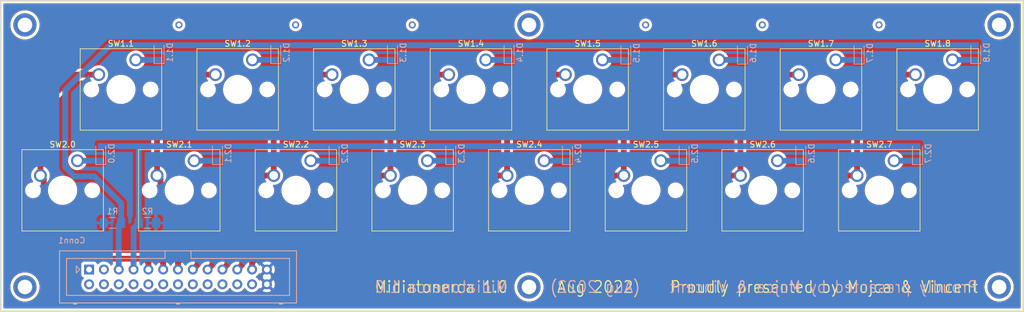
<source format=kicad_pcb>
(kicad_pcb (version 20211014) (generator pcbnew)
  (layers (0 "F.Cu" signal) (31 "B.Cu" signal) (34 "B.Paste" user) (35 "F.Paste" user) (36 "B.SilkS" user "B.Silkscreen") (37 "F.SilkS" user "F.Silkscreen") (38 "B.Mask" user) (39 "F.Mask" user) (44 "Edge.Cuts" user))
  (net 0 "")
  (net 1 "Net-(D1.1-Pad1)")
  (net 2 "Net-(D1.2-Pad1)")
  (net 3 "Net-(D1.3-Pad1)")
  (net 4 "Net-(D1.4-Pad1)")
  (net 5 "Net-(D1.5-Pad1)")
  (net 6 "Net-(D1.6-Pad1)")
  (net 7 "Net-(D2.1-Pad1)")
  (net 8 "Net-(D2.2-Pad1)")
  (net 9 "Net-(D2.3-Pad1)")
  (net 10 "Net-(D2.4-Pad1)")
  (net 11 "Net-(D2.5-Pad1)")
  (net 12 "Net-(D1.8-Pad1)")
  (net 13 "arduino_D3")
  (net 14 "Net-(D1.7-Pad1)")
  (net 15 "arduino_D4")
  (net 16 "Net-(D2.6-Pad1)")
  (net 17 "Net-(D2.0-Pad1)")
  (net 18 "Net-(D2.7-Pad1)")
  (net 19 "arduino_D10")
  (net 20 "arduino_D9")
  (net 21 "arduino_D8")
  (net 22 "arduino_D7")
  (net 23 "arduino_D6")
  (net 24 "arduino_D5")
  (net 25 "arduino_D11")
  (net 26 "arduino_D12")
  (net 27 "GND")
  (footprint "Button_Switch_Keyboard:SW_Cherry_MX_1.00u_PCB" (layer "F.Cu") (at 170 50)
    (fp_text reference "SW1.6" (at -2.54 -2.794) (layer "F.SilkS"))
    (fp_text value "SPST")
    (fp_line (start -9.525 -1.905) (end 4.445 -1.905) (layer "F.SilkS") (width 0.12))
    (fp_line (start 4.445 12.065) (end -9.525 12.065) (layer "F.SilkS") (width 0.12))
    (fp_line (start -9.525 12.065) (end -9.525 -1.905) (layer "F.SilkS") (width 0.12))
    (fp_line (start 4.445 -1.905) (end 4.445 12.065) (layer "F.SilkS") (width 0.12))
    (pad "" np_thru_hole circle locked (at -2.54 5.08) (size 4 4) (drill 4) (layers *.Cu *.Mask))
    (pad "" np_thru_hole circle locked (at 2.54 5.08) (size 1.7 1.7) (drill 1.7) (layers *.Cu *.Mask))
    (pad "" np_thru_hole circle locked (at -7.62 5.08) (size 1.7 1.7) (drill 1.7) (layers *.Cu *.Mask))
    (pad "1" thru_hole circle locked (at 0 0) (size 2.2 2.2) (drill 1.5) (layers *.Cu *.Mask) (net 6 "Net-(D1.6-Pad1)"))
    (pad "2" thru_hole circle locked (at -6.35 2.54) (size 2.2 2.2) (drill 1.5) (layers *.Cu *.Mask) (net 19 "arduino_D10"))
  )
  (footprint "Button_Switch_Keyboard:SW_Cherry_MX_1.00u_PCB" (layer "F.Cu") (at 150 50)
    (fp_text reference "SW1.5" (at -2.54 -2.794) (layer "F.SilkS"))
    (fp_text value "SPST")
    (fp_line (start -9.525 -1.905) (end 4.445 -1.905) (layer "F.SilkS") (width 0.12))
    (fp_line (start 4.445 -1.905) (end 4.445 12.065) (layer "F.SilkS") (width 0.12))
    (fp_line (start 4.445 12.065) (end -9.525 12.065) (layer "F.SilkS") (width 0.12))
    (fp_line (start -9.525 12.065) (end -9.525 -1.905) (layer "F.SilkS") (width 0.12))
    (pad "" np_thru_hole circle locked (at -7.62 5.08) (size 1.7 1.7) (drill 1.7) (layers *.Cu *.Mask))
    (pad "" np_thru_hole circle locked (at 2.54 5.08) (size 1.7 1.7) (drill 1.7) (layers *.Cu *.Mask))
    (pad "" np_thru_hole circle locked (at -2.54 5.08) (size 4 4) (drill 4) (layers *.Cu *.Mask))
    (pad "1" thru_hole circle locked (at 0 0) (size 2.2 2.2) (drill 1.5) (layers *.Cu *.Mask) (net 5 "Net-(D1.5-Pad1)"))
    (pad "2" thru_hole circle locked (at -6.35 2.54) (size 2.2 2.2) (drill 1.5) (layers *.Cu *.Mask) (net 20 "arduino_D9"))
  )
  (footprint "Button_Switch_Keyboard:SW_Cherry_MX_1.00u_PCB" (layer "F.Cu") (at 130 50)
    (fp_text reference "SW1.4" (at -2.54 -2.794) (layer "F.SilkS"))
    (fp_text value "SPST")
    (fp_line (start -9.525 12.065) (end -9.525 -1.905) (layer "F.SilkS") (width 0.12))
    (fp_line (start 4.445 -1.905) (end 4.445 12.065) (layer "F.SilkS") (width 0.12))
    (fp_line (start -9.525 -1.905) (end 4.445 -1.905) (layer "F.SilkS") (width 0.12))
    (fp_line (start 4.445 12.065) (end -9.525 12.065) (layer "F.SilkS") (width 0.12))
    (pad "" np_thru_hole circle locked (at 2.54 5.08) (size 1.7 1.7) (drill 1.7) (layers *.Cu *.Mask))
    (pad "" np_thru_hole circle locked (at -7.62 5.08) (size 1.7 1.7) (drill 1.7) (layers *.Cu *.Mask))
    (pad "" np_thru_hole circle locked (at -2.54 5.08) (size 4 4) (drill 4) (layers *.Cu *.Mask))
    (pad "1" thru_hole circle locked (at 0 0) (size 2.2 2.2) (drill 1.5) (layers *.Cu *.Mask) (net 4 "Net-(D1.4-Pad1)"))
    (pad "2" thru_hole circle locked (at -6.35 2.54) (size 2.2 2.2) (drill 1.5) (layers *.Cu *.Mask) (net 21 "arduino_D8"))
  )
  (footprint "Button_Switch_Keyboard:SW_Cherry_MX_1.00u_PCB" (layer "F.Cu") (at 110 50)
    (fp_text reference "SW1.3" (at -2.54 -2.794) (layer "F.SilkS"))
    (fp_text value "SPST")
    (fp_line (start 4.445 12.065) (end -9.525 12.065) (layer "F.SilkS") (width 0.12))
    (fp_line (start -9.525 12.065) (end -9.525 -1.905) (layer "F.SilkS") (width 0.12))
    (fp_line (start 4.445 -1.905) (end 4.445 12.065) (layer "F.SilkS") (width 0.12))
    (fp_line (start -9.525 -1.905) (end 4.445 -1.905) (layer "F.SilkS") (width 0.12))
    (pad "" np_thru_hole circle locked (at 2.54 5.08) (size 1.7 1.7) (drill 1.7) (layers *.Cu *.Mask))
    (pad "" np_thru_hole circle locked (at -7.62 5.08) (size 1.7 1.7) (drill 1.7) (layers *.Cu *.Mask))
    (pad "" np_thru_hole circle locked (at -2.54 5.08) (size 4 4) (drill 4) (layers *.Cu *.Mask))
    (pad "1" thru_hole circle locked (at 0 0) (size 2.2 2.2) (drill 1.5) (layers *.Cu *.Mask) (net 3 "Net-(D1.3-Pad1)"))
    (pad "2" thru_hole circle locked (at -6.35 2.54) (size 2.2 2.2) (drill 1.5) (layers *.Cu *.Mask) (net 22 "arduino_D7"))
  )
  (footprint "Button_Switch_Keyboard:SW_Cherry_MX_1.00u_PCB" (layer "F.Cu") (at 190 50)
    (fp_text reference "SW1.7" (at -2.54 -2.794) (layer "F.SilkS"))
    (fp_text value "SPST")
    (fp_line (start 4.445 -1.905) (end 4.445 12.065) (layer "F.SilkS") (width 0.12))
    (fp_line (start -9.525 -1.905) (end 4.445 -1.905) (layer "F.SilkS") (width 0.12))
    (fp_line (start -9.525 12.065) (end -9.525 -1.905) (layer "F.SilkS") (width 0.12))
    (fp_line (start 4.445 12.065) (end -9.525 12.065) (layer "F.SilkS") (width 0.12))
    (pad "" np_thru_hole circle locked (at 2.54 5.08) (size 1.7 1.7) (drill 1.7) (layers *.Cu *.Mask))
    (pad "" np_thru_hole circle locked (at -2.54 5.08) (size 4 4) (drill 4) (layers *.Cu *.Mask))
    (pad "" np_thru_hole circle locked (at -7.62 5.08) (size 1.7 1.7) (drill 1.7) (layers *.Cu *.Mask))
    (pad "1" thru_hole circle locked (at 0 0) (size 2.2 2.2) (drill 1.5) (layers *.Cu *.Mask) (net 14 "Net-(D1.7-Pad1)"))
    (pad "2" thru_hole circle locked (at -6.35 2.54) (size 2.2 2.2) (drill 1.5) (layers *.Cu *.Mask) (net 25 "arduino_D11"))
  )
  (footprint "Button_Switch_Keyboard:SW_Cherry_MX_1.00u_PCB" (layer "F.Cu") (at 210 50)
    (fp_text reference "SW1.8" (at -2.54 -2.794) (layer "F.SilkS"))
    (fp_text value "SPST")
    (fp_line (start -9.525 12.065) (end -9.525 -1.905) (layer "F.SilkS") (width 0.12))
    (fp_line (start -9.525 -1.905) (end 4.445 -1.905) (layer "F.SilkS") (width 0.12))
    (fp_line (start 4.445 12.065) (end -9.525 12.065) (layer "F.SilkS") (width 0.12))
    (fp_line (start 4.445 -1.905) (end 4.445 12.065) (layer "F.SilkS") (width 0.12))
    (pad "" np_thru_hole circle locked (at -7.62 5.08) (size 1.7 1.7) (drill 1.7) (layers *.Cu *.Mask))
    (pad "" np_thru_hole circle locked (at 2.54 5.08) (size 1.7 1.7) (drill 1.7) (layers *.Cu *.Mask))
    (pad "" np_thru_hole circle locked (at -2.54 5.08) (size 4 4) (drill 4) (layers *.Cu *.Mask))
    (pad "1" thru_hole circle locked (at 0 0) (size 2.2 2.2) (drill 1.5) (layers *.Cu *.Mask) (net 12 "Net-(D1.8-Pad1)"))
    (pad "2" thru_hole circle locked (at -6.35 2.54) (size 2.2 2.2) (drill 1.5) (layers *.Cu *.Mask) (net 26 "arduino_D12"))
  )
  (footprint "Button_Switch_Keyboard:SW_Cherry_MX_1.00u_PCB" (layer "F.Cu") (at 90 50)
    (fp_text reference "SW1.2" (at -2.54 -2.794) (layer "F.SilkS"))
    (fp_text value "SPST")
    (fp_line (start 4.445 12.065) (end -9.525 12.065) (layer "F.SilkS") (width 0.12))
    (fp_line (start 4.445 -1.905) (end 4.445 12.065) (layer "F.SilkS") (width 0.12))
    (fp_line (start -9.525 12.065) (end -9.525 -1.905) (layer "F.SilkS") (width 0.12))
    (fp_line (start -9.525 -1.905) (end 4.445 -1.905) (layer "F.SilkS") (width 0.12))
    (pad "" np_thru_hole circle locked (at -2.54 5.08) (size 4 4) (drill 4) (layers *.Cu *.Mask))
    (pad "" np_thru_hole circle locked (at 2.54 5.08) (size 1.7 1.7) (drill 1.7) (layers *.Cu *.Mask))
    (pad "" np_thru_hole circle locked (at -7.62 5.08) (size 1.7 1.7) (drill 1.7) (layers *.Cu *.Mask))
    (pad "1" thru_hole circle locked (at 0 0) (size 2.2 2.2) (drill 1.5) (layers *.Cu *.Mask) (net 2 "Net-(D1.2-Pad1)"))
    (pad "2" thru_hole circle locked (at -6.35 2.54) (size 2.2 2.2) (drill 1.5) (layers *.Cu *.Mask) (net 23 "arduino_D6"))
  )
  (footprint "Button_Switch_Keyboard:SW_Cherry_MX_1.00u_PCB" (layer "F.Cu") (at 140 67.3205)
    (fp_text reference "SW2.4" (at -2.54 -2.794) (layer "F.SilkS"))
    (fp_text value "SPST")
    (fp_line (start -9.525 12.065) (end -9.525 -1.905) (layer "F.SilkS") (width 0.12))
    (fp_line (start -9.525 -1.905) (end 4.445 -1.905) (layer "F.SilkS") (width 0.12))
    (fp_line (start 4.445 12.065) (end -9.525 12.065) (layer "F.SilkS") (width 0.12))
    (fp_line (start 4.445 -1.905) (end 4.445 12.065) (layer "F.SilkS") (width 0.12))
    (pad "" np_thru_hole circle locked (at -2.54 5.08) (size 4 4) (drill 4) (layers *.Cu *.Mask))
    (pad "" np_thru_hole circle locked (at 2.54 5.08) (size 1.7 1.7) (drill 1.7) (layers *.Cu *.Mask))
    (pad "" np_thru_hole circle locked (at -7.62 5.08) (size 1.7 1.7) (drill 1.7) (layers *.Cu *.Mask))
    (pad "1" thru_hole circle locked (at 0 0) (size 2.2 2.2) (drill 1.5) (layers *.Cu *.Mask) (net 10 "Net-(D2.4-Pad1)"))
    (pad "2" thru_hole circle locked (at -6.35 2.54) (size 2.2 2.2) (drill 1.5) (layers *.Cu *.Mask) (net 20 "arduino_D9"))
  )
  (footprint "Button_Switch_Keyboard:SW_Cherry_MX_1.00u_PCB" (layer "F.Cu") (at 120 67.3205)
    (fp_text reference "SW2.3" (at -2.54 -2.794) (layer "F.SilkS"))
    (fp_text value "SPST")
    (fp_line (start -9.525 12.065) (end -9.525 -1.905) (layer "F.SilkS") (width 0.12))
    (fp_line (start -9.525 -1.905) (end 4.445 -1.905) (layer "F.SilkS") (width 0.12))
    (fp_line (start 4.445 12.065) (end -9.525 12.065) (layer "F.SilkS") (width 0.12))
    (fp_line (start 4.445 -1.905) (end 4.445 12.065) (layer "F.SilkS") (width 0.12))
    (pad "" np_thru_hole circle locked (at -7.62 5.08) (size 1.7 1.7) (drill 1.7) (layers *.Cu *.Mask))
    (pad "" np_thru_hole circle locked (at -2.54 5.08) (size 4 4) (drill 4) (layers *.Cu *.Mask))
    (pad "" np_thru_hole circle locked (at 2.54 5.08) (size 1.7 1.7) (drill 1.7) (layers *.Cu *.Mask))
    (pad "1" thru_hole circle locked (at 0 0) (size 2.2 2.2) (drill 1.5) (layers *.Cu *.Mask) (net 9 "Net-(D2.3-Pad1)"))
    (pad "2" thru_hole circle locked (at -6.35 2.54) (size 2.2 2.2) (drill 1.5) (layers *.Cu *.Mask) (net 21 "arduino_D8"))
  )
  (footprint "Button_Switch_Keyboard:SW_Cherry_MX_1.00u_PCB" (layer "F.Cu") (at 60 67.3205)
    (fp_text reference "SW2.0" (at -2.54 -2.794) (layer "F.SilkS"))
    (fp_text value "SPST")
    (fp_line (start -9.525 -1.905) (end 4.445 -1.905) (layer "F.SilkS") (width 0.12))
    (fp_line (start 4.445 -1.905) (end 4.445 12.065) (layer "F.SilkS") (width 0.12))
    (fp_line (start 4.445 12.065) (end -9.525 12.065) (layer "F.SilkS") (width 0.12))
    (fp_line (start -9.525 12.065) (end -9.525 -1.905) (layer "F.SilkS") (width 0.12))
    (pad "" np_thru_hole circle locked (at -2.54 5.08) (size 4 4) (drill 4) (layers *.Cu *.Mask))
    (pad "" np_thru_hole circle locked (at 2.54 5.08) (size 1.7 1.7) (drill 1.7) (layers *.Cu *.Mask))
    (pad "" np_thru_hole circle locked (at -7.62 5.08) (size 1.7 1.7) (drill 1.7) (layers *.Cu *.Mask))
    (pad "1" thru_hole circle locked (at 0 0) (size 2.2 2.2) (drill 1.5) (layers *.Cu *.Mask) (net 17 "Net-(D2.0-Pad1)"))
    (pad "2" thru_hole circle locked (at -6.35 2.54) (size 2.2 2.2) (drill 1.5) (layers *.Cu *.Mask) (net 24 "arduino_D5"))
  )
  (footprint "Button_Switch_Keyboard:SW_Cherry_MX_1.00u_PCB" (layer "F.Cu") (at 180 67.3205)
    (fp_text reference "SW2.6" (at -2.54 -2.794) (layer "F.SilkS"))
    (fp_text value "SPST")
    (fp_line (start -9.525 12.065) (end -9.525 -1.905) (layer "F.SilkS") (width 0.12))
    (fp_line (start -9.525 -1.905) (end 4.445 -1.905) (layer "F.SilkS") (width 0.12))
    (fp_line (start 4.445 -1.905) (end 4.445 12.065) (layer "F.SilkS") (width 0.12))
    (fp_line (start 4.445 12.065) (end -9.525 12.065) (layer "F.SilkS") (width 0.12))
    (pad "" np_thru_hole circle locked (at -2.54 5.08) (size 4 4) (drill 4) (layers *.Cu *.Mask))
    (pad "" np_thru_hole circle locked (at 2.54 5.08) (size 1.7 1.7) (drill 1.7) (layers *.Cu *.Mask))
    (pad "" np_thru_hole circle locked (at -7.62 5.08) (size 1.7 1.7) (drill 1.7) (layers *.Cu *.Mask))
    (pad "1" thru_hole circle locked (at 0 0) (size 2.2 2.2) (drill 1.5) (layers *.Cu *.Mask) (net 16 "Net-(D2.6-Pad1)"))
    (pad "2" thru_hole circle locked (at -6.35 2.54) (size 2.2 2.2) (drill 1.5) (layers *.Cu *.Mask) (net 25 "arduino_D11"))
  )
  (footprint "Button_Switch_Keyboard:SW_Cherry_MX_1.00u_PCB" (layer "F.Cu") (at 100 67.3205)
    (fp_text reference "SW2.2" (at -2.54 -2.794) (layer "F.SilkS"))
    (fp_text value "SPST")
    (fp_line (start 4.445 12.065) (end -9.525 12.065) (layer "F.SilkS") (width 0.12))
    (fp_line (start 4.445 -1.905) (end 4.445 12.065) (layer "F.SilkS") (width 0.12))
    (fp_line (start -9.525 12.065) (end -9.525 -1.905) (layer "F.SilkS") (width 0.12))
    (fp_line (start -9.525 -1.905) (end 4.445 -1.905) (layer "F.SilkS") (width 0.12))
    (pad "" np_thru_hole circle locked (at -2.54 5.08) (size 4 4) (drill 4) (layers *.Cu *.Mask))
    (pad "" np_thru_hole circle locked (at -7.62 5.08) (size 1.7 1.7) (drill 1.7) (layers *.Cu *.Mask))
    (pad "" np_thru_hole circle locked (at 2.54 5.08) (size 1.7 1.7) (drill 1.7) (layers *.Cu *.Mask))
    (pad "1" thru_hole circle locked (at 0 0) (size 2.2 2.2) (drill 1.5) (layers *.Cu *.Mask) (net 8 "Net-(D2.2-Pad1)"))
    (pad "2" thru_hole circle locked (at -6.35 2.54) (size 2.2 2.2) (drill 1.5) (layers *.Cu *.Mask) (net 22 "arduino_D7"))
  )
  (footprint "Button_Switch_Keyboard:SW_Cherry_MX_1.00u_PCB" (layer "F.Cu") (at 80 67.3205)
    (fp_text reference "SW2.1" (at -2.54 -2.794) (layer "F.SilkS"))
    (fp_text value "SPST")
    (fp_line (start -9.525 -1.905) (end 4.445 -1.905) (layer "F.SilkS") (width 0.12))
    (fp_line (start 4.445 -1.905) (end 4.445 12.065) (layer "F.SilkS") (width 0.12))
    (fp_line (start 4.445 12.065) (end -9.525 12.065) (layer "F.SilkS") (width 0.12))
    (fp_line (start -9.525 12.065) (end -9.525 -1.905) (layer "F.SilkS") (width 0.12))
    (pad "" np_thru_hole circle locked (at 2.54 5.08) (size 1.7 1.7) (drill 1.7) (layers *.Cu *.Mask))
    (pad "" np_thru_hole circle locked (at -7.62 5.08) (size 1.7 1.7) (drill 1.7) (layers *.Cu *.Mask))
    (pad "" np_thru_hole circle locked (at -2.54 5.08) (size 4 4) (drill 4) (layers *.Cu *.Mask))
    (pad "1" thru_hole circle locked (at 0 0) (size 2.2 2.2) (drill 1.5) (layers *.Cu *.Mask) (net 7 "Net-(D2.1-Pad1)"))
    (pad "2" thru_hole circle locked (at -6.35 2.54) (size 2.2 2.2) (drill 1.5) (layers *.Cu *.Mask) (net 23 "arduino_D6"))
  )
  (footprint "Button_Switch_Keyboard:SW_Cherry_MX_1.00u_PCB" (layer "F.Cu") (at 200 67.3205)
    (fp_text reference "SW2.7" (at -2.54 -2.794) (layer "F.SilkS"))
    (fp_text value "SPST")
    (fp_line (start 4.445 -1.905) (end 4.445 12.065) (layer "F.SilkS") (width 0.12))
    (fp_line (start -9.525 12.065) (end -9.525 -1.905) (layer "F.SilkS") (width 0.12))
    (fp_line (start 4.445 12.065) (end -9.525 12.065) (layer "F.SilkS") (width 0.12))
    (fp_line (start -9.525 -1.905) (end 4.445 -1.905) (layer "F.SilkS") (width 0.12))
    (pad "" np_thru_hole circle locked (at -2.54 5.08) (size 4 4) (drill 4) (layers *.Cu *.Mask))
    (pad "" np_thru_hole circle locked (at 2.54 5.08) (size 1.7 1.7) (drill 1.7) (layers *.Cu *.Mask))
    (pad "" np_thru_hole circle locked (at -7.62 5.08) (size 1.7 1.7) (drill 1.7) (layers *.Cu *.Mask))
    (pad "1" thru_hole circle locked (at 0 0) (size 2.2 2.2) (drill 1.5) (layers *.Cu *.Mask) (net 18 "Net-(D2.7-Pad1)"))
    (pad "2" thru_hole circle locked (at -6.35 2.54) (size 2.2 2.2) (drill 1.5) (layers *.Cu *.Mask) (net 26 "arduino_D12"))
  )
  (footprint "Button_Switch_Keyboard:SW_Cherry_MX_1.00u_PCB" (layer "F.Cu") (at 160 67.3205)
    (fp_text reference "SW2.5" (at -2.54 -2.794) (layer "F.SilkS"))
    (fp_text value "SPST")
    (fp_line (start 4.445 -1.905) (end 4.445 12.065) (layer "F.SilkS") (width 0.12))
    (fp_line (start -9.525 -1.905) (end 4.445 -1.905) (layer "F.SilkS") (width 0.12))
    (fp_line (start 4.445 12.065) (end -9.525 12.065) (layer "F.SilkS") (width 0.12))
    (fp_line (start -9.525 12.065) (end -9.525 -1.905) (layer "F.SilkS") (width 0.12))
    (pad "" np_thru_hole circle locked (at -2.54 5.08) (size 4 4) (drill 4) (layers *.Cu *.Mask))
    (pad "" np_thru_hole circle locked (at -7.62 5.08) (size 1.7 1.7) (drill 1.7) (layers *.Cu *.Mask))
    (pad "" np_thru_hole circle locked (at 2.54 5.08) (size 1.7 1.7) (drill 1.7) (layers *.Cu *.Mask))
    (pad "1" thru_hole circle locked (at 0 0) (size 2.2 2.2) (drill 1.5) (layers *.Cu *.Mask) (net 11 "Net-(D2.5-Pad1)"))
    (pad "2" thru_hole circle locked (at -6.35 2.54) (size 2.2 2.2) (drill 1.5) (layers *.Cu *.Mask) (net 19 "arduino_D10"))
  )
  (footprint "Button_Switch_Keyboard:SW_Cherry_MX_1.00u_PCB" (layer "F.Cu") (at 70 50)
    (fp_text reference "SW1.1" (at -2.54 -2.794) (layer "F.SilkS"))
    (fp_text value "SPST")
    (fp_line (start -9.525 -1.905) (end 4.445 -1.905) (layer "F.SilkS") (width 0.12))
    (fp_line (start -9.525 12.065) (end -9.525 -1.905) (layer "F.SilkS") (width 0.12))
    (fp_line (start 4.445 -1.905) (end 4.445 12.065) (layer "F.SilkS") (width 0.12))
    (fp_line (start 4.445 12.065) (end -9.525 12.065) (layer "F.SilkS") (width 0.12))
    (pad "" np_thru_hole circle locked (at -7.62 5.08) (size 1.7 1.7) (drill 1.7) (layers *.Cu *.Mask))
    (pad "" np_thru_hole circle locked (at -2.54 5.08) (size 4 4) (drill 4) (layers *.Cu *.Mask))
    (pad "" np_thru_hole circle locked (at 2.54 5.08) (size 1.7 1.7) (drill 1.7) (layers *.Cu *.Mask))
    (pad "1" thru_hole circle locked (at 0 0) (size 2.2 2.2) (drill 1.5) (layers *.Cu *.Mask) (net 1 "Net-(D1.1-Pad1)"))
    (pad "2" thru_hole circle locked (at -6.35 2.54) (size 2.2 2.2) (drill 1.5) (layers *.Cu *.Mask) (net 24 "arduino_D5"))
  )
  (footprint "Connectors:1pin" (layer "F.Cu") (at 218 44)
    (fp_text reference "REF**" hide)
    (fp_text value "1pin" hide)
    (fp_circle (center 0 0) (end 0 -2.286) (layer "F.SilkS") (width 0.12) (fill none))
    (pad "1" thru_hole circle locked (at 0 0) (size 4 4) (drill 2.5) (layers *.Cu *.Mask))
  )
  (footprint "Connectors:1pin" (layer "F.Cu") (at 51 44)
    (fp_text reference "REF**" hide)
    (fp_text value "1pin" hide)
    (fp_circle (center 0 0) (end 0 -2.286) (layer "F.SilkS") (width 0.12) (fill none))
    (pad "1" thru_hole circle locked (at 0 0) (size 4 4) (drill 2.5) (layers *.Cu *.Mask))
  )
  (footprint "Connectors:1pin" (layer "F.Cu") (at 51 89)
    (fp_text reference "REF**" hide)
    (fp_text value "1pin" hide)
    (fp_circle (center 0 0) (end 0 -2.286) (layer "F.SilkS") (width 0.12) (fill none))
    (pad "1" thru_hole circle locked (at 0 0) (size 4 4) (drill 2.5) (layers *.Cu *.Mask))
  )
  (footprint "Connectors:1pin" (layer "F.Cu") (at 218 89)
    (fp_text reference "REF**" hide)
    (fp_text value "1pin" hide)
    (fp_circle (center 0 0) (end 0 -2.286) (layer "F.SilkS") (width 0.12) (fill none))
    (pad "1" thru_hole circle locked (at 0 0) (size 4 4) (drill 2.5) (layers *.Cu *.Mask))
  )
  (footprint "Connectors:1pin" (layer "F.Cu") (at 137.4 89)
    (fp_text reference "REF**" hide)
    (fp_text value "1pin" hide)
    (fp_circle (center 0 0) (end 0 -2.286) (layer "F.SilkS") (width 0.12) (fill none))
    (pad "1" thru_hole circle locked (at 0 0) (size 4 4) (drill 2.5) (layers *.Cu *.Mask))
  )
  (footprint "Connectors:1pin" (layer "F.Cu") (at 137.4 44)
    (fp_text reference "REF**" hide)
    (fp_text value "1pin" hide)
    (fp_circle (center 0 0) (end 0 -2.286) (layer "F.SilkS") (width 0.12) (fill none))
    (pad "1" thru_hole circle locked (at 0 0) (size 4 4) (drill 2.5) (layers *.Cu *.Mask))
  )
  (footprint "Diode_SMD:D_SOD-323_HandSoldering" (layer "B.Cu") (at 74 48.75 90)
    (fp_text reference "D1.1" (at 0 1.85 90) (layer "B.SilkS") (effects (justify mirror)))
    (fp_text value "DIODE")
    (fp_line (start -1.9 0.85) (end 1.25 0.85) (layer "B.SilkS") (width 0.12))
    (fp_line (start -1.9 0.85) (end -1.9 -0.85) (layer "B.SilkS") (width 0.12))
    (fp_line (start -1.9 -0.85) (end 1.25 -0.85) (layer "B.SilkS") (width 0.12))
    (pad "1" smd rect locked (at -1.25 0 90) (size 1 1) (layers "B.Cu" "B.Paste" "B.Mask") (net 1 "Net-(D1.1-Pad1)"))
    (pad "2" smd rect locked (at 1.25 0 90) (size 1 1) (layers "B.Cu" "B.Paste" "B.Mask") (net 13 "arduino_D3"))
  )
  (footprint "Diode_SMD:D_SOD-323_HandSoldering" (layer "B.Cu") (at 214 48.75 90)
    (fp_text reference "D1.8" (at 0 1.85 90) (layer "B.SilkS") (effects (justify mirror)))
    (fp_text value "DIODE")
    (fp_line (start -1.9 0.85) (end -1.9 -0.85) (layer "B.SilkS") (width 0.12))
    (fp_line (start -1.9 -0.85) (end 1.25 -0.85) (layer "B.SilkS") (width 0.12))
    (fp_line (start -1.9 0.85) (end 1.25 0.85) (layer "B.SilkS") (width 0.12))
    (pad "1" smd rect locked (at -1.25 0 90) (size 1 1) (layers "B.Cu" "B.Paste" "B.Mask") (net 12 "Net-(D1.8-Pad1)"))
    (pad "2" smd rect locked (at 1.25 0 90) (size 1 1) (layers "B.Cu" "B.Paste" "B.Mask") (net 13 "arduino_D3"))
  )
  (footprint "Diode_SMD:D_SOD-323_HandSoldering" (layer "B.Cu") (at 194 48.83 90)
    (fp_text reference "D1.7" (at 0 1.85 90) (layer "B.SilkS") (effects (justify mirror)))
    (fp_text value "DIODE")
    (fp_line (start -1.9 0.85) (end -1.9 -0.85) (layer "B.SilkS") (width 0.12))
    (fp_line (start -1.9 0.85) (end 1.25 0.85) (layer "B.SilkS") (width 0.12))
    (fp_line (start -1.9 -0.85) (end 1.25 -0.85) (layer "B.SilkS") (width 0.12))
    (pad "1" smd rect locked (at -1.25 0 90) (size 1 1) (layers "B.Cu" "B.Paste" "B.Mask") (net 14 "Net-(D1.7-Pad1)"))
    (pad "2" smd rect locked (at 1.25 0 90) (size 1 1) (layers "B.Cu" "B.Paste" "B.Mask") (net 13 "arduino_D3"))
  )
  (footprint "Diode_SMD:D_SOD-323_HandSoldering" (layer "B.Cu") (at 94 48.75 90)
    (fp_text reference "D1.2" (at 0 1.85 90) (layer "B.SilkS") (effects (justify mirror)))
    (fp_text value "DIODE")
    (fp_line (start -1.9 0.85) (end -1.9 -0.85) (layer "B.SilkS") (width 0.12))
    (fp_line (start -1.9 0.85) (end 1.25 0.85) (layer "B.SilkS") (width 0.12))
    (fp_line (start -1.9 -0.85) (end 1.25 -0.85) (layer "B.SilkS") (width 0.12))
    (pad "1" smd rect locked (at -1.25 0 90) (size 1 1) (layers "B.Cu" "B.Paste" "B.Mask") (net 2 "Net-(D1.2-Pad1)"))
    (pad "2" smd rect locked (at 1.25 0 90) (size 1 1) (layers "B.Cu" "B.Paste" "B.Mask") (net 13 "arduino_D3"))
  )
  (footprint "Diode_SMD:D_SOD-323_HandSoldering" (layer "B.Cu") (at 114 48.75 90)
    (fp_text reference "D1.3" (at 0 1.85 90) (layer "B.SilkS") (effects (justify mirror)))
    (fp_text value "DIODE")
    (fp_line (start -1.9 0.85) (end -1.9 -0.85) (layer "B.SilkS") (width 0.12))
    (fp_line (start -1.9 0.85) (end 1.25 0.85) (layer "B.SilkS") (width 0.12))
    (fp_line (start -1.9 -0.85) (end 1.25 -0.85) (layer "B.SilkS") (width 0.12))
    (pad "1" smd rect locked (at -1.25 0 90) (size 1 1) (layers "B.Cu" "B.Paste" "B.Mask") (net 3 "Net-(D1.3-Pad1)"))
    (pad "2" smd rect locked (at 1.25 0 90) (size 1 1) (layers "B.Cu" "B.Paste" "B.Mask") (net 13 "arduino_D3"))
  )
  (footprint "Diode_SMD:D_SOD-323_HandSoldering" (layer "B.Cu") (at 134 48.75 90)
    (fp_text reference "D1.4" (at 0 1.85 90) (layer "B.SilkS") (effects (justify mirror)))
    (fp_text value "DIODE")
    (fp_line (start -1.9 -0.85) (end 1.25 -0.85) (layer "B.SilkS") (width 0.12))
    (fp_line (start -1.9 0.85) (end -1.9 -0.85) (layer "B.SilkS") (width 0.12))
    (fp_line (start -1.9 0.85) (end 1.25 0.85) (layer "B.SilkS") (width 0.12))
    (pad "1" smd rect locked (at -1.25 0 90) (size 1 1) (layers "B.Cu" "B.Paste" "B.Mask") (net 4 "Net-(D1.4-Pad1)"))
    (pad "2" smd rect locked (at 1.25 0 90) (size 1 1) (layers "B.Cu" "B.Paste" "B.Mask") (net 13 "arduino_D3"))
  )
  (footprint "Diode_SMD:D_SOD-323_HandSoldering" (layer "B.Cu") (at 154 48.83 90)
    (fp_text reference "D1.5" (at 0 1.85 90) (layer "B.SilkS") (effects (justify mirror)))
    (fp_text value "DIODE")
    (fp_line (start -1.9 0.85) (end 1.25 0.85) (layer "B.SilkS") (width 0.12))
    (fp_line (start -1.9 -0.85) (end 1.25 -0.85) (layer "B.SilkS") (width 0.12))
    (fp_line (start -1.9 0.85) (end -1.9 -0.85) (layer "B.SilkS") (width 0.12))
    (pad "1" smd rect locked (at -1.25 0 90) (size 1 1) (layers "B.Cu" "B.Paste" "B.Mask") (net 5 "Net-(D1.5-Pad1)"))
    (pad "2" smd rect locked (at 1.25 0 90) (size 1 1) (layers "B.Cu" "B.Paste" "B.Mask") (net 13 "arduino_D3"))
  )
  (footprint "Diode_SMD:D_SOD-323_HandSoldering" (layer "B.Cu") (at 174 48.83 90)
    (fp_text reference "D1.6" (at 0 1.85 90) (layer "B.SilkS") (effects (justify mirror)))
    (fp_text value "DIODE")
    (fp_line (start -1.9 -0.85) (end 1.25 -0.85) (layer "B.SilkS") (width 0.12))
    (fp_line (start -1.9 0.85) (end 1.25 0.85) (layer "B.SilkS") (width 0.12))
    (fp_line (start -1.9 0.85) (end -1.9 -0.85) (layer "B.SilkS") (width 0.12))
    (pad "1" smd rect locked (at -1.25 0 90) (size 1 1) (layers "B.Cu" "B.Paste" "B.Mask") (net 6 "Net-(D1.6-Pad1)"))
    (pad "2" smd rect locked (at 1.25 0 90) (size 1 1) (layers "B.Cu" "B.Paste" "B.Mask") (net 13 "arduino_D3"))
  )
  (footprint "Diode_SMD:D_SOD-323_HandSoldering" (layer "B.Cu") (at 184 66.0705 90)
    (fp_text reference "D2.6" (at 0 1.85 90) (layer "B.SilkS") (effects (justify mirror)))
    (fp_text value "DIODE")
    (fp_line (start -1.9 0.85) (end 1.25 0.85) (layer "B.SilkS") (width 0.12))
    (fp_line (start -1.9 -0.85) (end 1.25 -0.85) (layer "B.SilkS") (width 0.12))
    (fp_line (start -1.9 0.85) (end -1.9 -0.85) (layer "B.SilkS") (width 0.12))
    (pad "1" smd rect locked (at -1.25 0 90) (size 1 1) (layers "B.Cu" "B.Paste" "B.Mask") (net 16 "Net-(D2.6-Pad1)"))
    (pad "2" smd rect locked (at 1.25 0 90) (size 1 1) (layers "B.Cu" "B.Paste" "B.Mask") (net 15 "arduino_D4"))
  )
  (footprint "Diode_SMD:D_SOD-323_HandSoldering" (layer "B.Cu") (at 64 66.0705 90)
    (fp_text reference "D2.0" (at 0 1.85 90) (layer "B.SilkS") (effects (justify mirror)))
    (fp_text value "DIODE")
    (fp_line (start -1.9 -0.85) (end 1.25 -0.85) (layer "B.SilkS") (width 0.12))
    (fp_line (start -1.9 0.85) (end 1.25 0.85) (layer "B.SilkS") (width 0.12))
    (fp_line (start -1.9 0.85) (end -1.9 -0.85) (layer "B.SilkS") (width 0.12))
    (pad "1" smd rect locked (at -1.25 0 90) (size 1 1) (layers "B.Cu" "B.Paste" "B.Mask") (net 17 "Net-(D2.0-Pad1)"))
    (pad "2" smd rect locked (at 1.25 0 90) (size 1 1) (layers "B.Cu" "B.Paste" "B.Mask") (net 15 "arduino_D4"))
  )
  (footprint "Diode_SMD:D_SOD-323_HandSoldering" (layer "B.Cu") (at 164 66.0705 90)
    (fp_text reference "D2.5" (at 0 1.85 90) (layer "B.SilkS") (effects (justify mirror)))
    (fp_text value "DIODE")
    (fp_line (start -1.9 -0.85) (end 1.25 -0.85) (layer "B.SilkS") (width 0.12))
    (fp_line (start -1.9 0.85) (end -1.9 -0.85) (layer "B.SilkS") (width 0.12))
    (fp_line (start -1.9 0.85) (end 1.25 0.85) (layer "B.SilkS") (width 0.12))
    (pad "1" smd rect locked (at -1.25 0 90) (size 1 1) (layers "B.Cu" "B.Paste" "B.Mask") (net 11 "Net-(D2.5-Pad1)"))
    (pad "2" smd rect locked (at 1.25 0 90) (size 1 1) (layers "B.Cu" "B.Paste" "B.Mask") (net 15 "arduino_D4"))
  )
  (footprint "Diode_SMD:D_SOD-323_HandSoldering" (layer "B.Cu") (at 144 66.0705 90)
    (fp_text reference "D2.4" (at 0 1.85 90) (layer "B.SilkS") (effects (justify mirror)))
    (fp_text value "DIODE")
    (fp_line (start -1.9 -0.85) (end 1.25 -0.85) (layer "B.SilkS") (width 0.12))
    (fp_line (start -1.9 0.85) (end -1.9 -0.85) (layer "B.SilkS") (width 0.12))
    (fp_line (start -1.9 0.85) (end 1.25 0.85) (layer "B.SilkS") (width 0.12))
    (pad "1" smd rect locked (at -1.25 0 90) (size 1 1) (layers "B.Cu" "B.Paste" "B.Mask") (net 10 "Net-(D2.4-Pad1)"))
    (pad "2" smd rect locked (at 1.25 0 90) (size 1 1) (layers "B.Cu" "B.Paste" "B.Mask") (net 15 "arduino_D4"))
  )
  (footprint "Diode_SMD:D_SOD-323_HandSoldering" (layer "B.Cu") (at 124 66.0705 90)
    (fp_text reference "D2.3" (at 0 1.85 90) (layer "B.SilkS") (effects (justify mirror)))
    (fp_text value "DIODE")
    (fp_line (start -1.9 0.85) (end 1.25 0.85) (layer "B.SilkS") (width 0.12))
    (fp_line (start -1.9 0.85) (end -1.9 -0.85) (layer "B.SilkS") (width 0.12))
    (fp_line (start -1.9 -0.85) (end 1.25 -0.85) (layer "B.SilkS") (width 0.12))
    (pad "1" smd rect locked (at -1.25 0 90) (size 1 1) (layers "B.Cu" "B.Paste" "B.Mask") (net 9 "Net-(D2.3-Pad1)"))
    (pad "2" smd rect locked (at 1.25 0 90) (size 1 1) (layers "B.Cu" "B.Paste" "B.Mask") (net 15 "arduino_D4"))
  )
  (footprint "Diode_SMD:D_SOD-323_HandSoldering" (layer "B.Cu") (at 104 66.0705 90)
    (fp_text reference "D2.2" (at 0 1.85 90) (layer "B.SilkS") (effects (justify mirror)))
    (fp_text value "DIODE")
    (fp_line (start -1.9 -0.85) (end 1.25 -0.85) (layer "B.SilkS") (width 0.12))
    (fp_line (start -1.9 0.85) (end 1.25 0.85) (layer "B.SilkS") (width 0.12))
    (fp_line (start -1.9 0.85) (end -1.9 -0.85) (layer "B.SilkS") (width 0.12))
    (pad "1" smd rect locked (at -1.25 0 90) (size 1 1) (layers "B.Cu" "B.Paste" "B.Mask") (net 8 "Net-(D2.2-Pad1)"))
    (pad "2" smd rect locked (at 1.25 0 90) (size 1 1) (layers "B.Cu" "B.Paste" "B.Mask") (net 15 "arduino_D4"))
  )
  (footprint "Diode_SMD:D_SOD-323_HandSoldering" (layer "B.Cu") (at 84 66.0705 90)
    (fp_text reference "D2.1" (at 0 1.85 90) (layer "B.SilkS") (effects (justify mirror)))
    (fp_text value "DIODE")
    (fp_line (start -1.9 0.85) (end -1.9 -0.85) (layer "B.SilkS") (width 0.12))
    (fp_line (start -1.9 -0.85) (end 1.25 -0.85) (layer "B.SilkS") (width 0.12))
    (fp_line (start -1.9 0.85) (end 1.25 0.85) (layer "B.SilkS") (width 0.12))
    (pad "1" smd rect locked (at -1.25 0 90) (size 1 1) (layers "B.Cu" "B.Paste" "B.Mask") (net 7 "Net-(D2.1-Pad1)"))
    (pad "2" smd rect locked (at 1.25 0 90) (size 1 1) (layers "B.Cu" "B.Paste" "B.Mask") (net 15 "arduino_D4"))
  )
  (footprint "Diode_SMD:D_SOD-323_HandSoldering" (layer "B.Cu") (at 204 66.0705 90)
    (fp_text reference "D2.7" (at 0 1.85 90) (layer "B.SilkS") (effects (justify mirror)))
    (fp_text value "DIODE")
    (fp_line (start -1.9 -0.85) (end 1.25 -0.85) (layer "B.SilkS") (width 0.12))
    (fp_line (start -1.9 0.85) (end -1.9 -0.85) (layer "B.SilkS") (width 0.12))
    (fp_line (start -1.9 0.85) (end 1.25 0.85) (layer "B.SilkS") (width 0.12))
    (pad "1" smd rect locked (at -1.25 0 90) (size 1 1) (layers "B.Cu" "B.Paste" "B.Mask") (net 18 "Net-(D2.7-Pad1)"))
    (pad "2" smd rect locked (at 1.25 0 90) (size 1 1) (layers "B.Cu" "B.Paste" "B.Mask") (net 15 "arduino_D4"))
  )
  (footprint "Resistor_SMD:R_1206_3216Metric_Pad1.42x1.75mm_HandSolder" (layer "B.Cu") (at 66 78 180)
    (fp_text reference "R1" (at 0 2) (layer "B.SilkS") (effects (justify mirror)))
    (fp_text value "10k")
    (fp_line (start -0.602064 -0.91) (end 0.602064 -0.91) (layer "B.SilkS") (width 0.12))
    (fp_line (start -0.602064 0.91) (end 0.602064 0.91) (layer "B.SilkS") (width 0.12))
    (pad "1" smd roundrect locked (at -1.4875 0 180) (size 1.425 1.75) (layers "B.Cu" "B.Paste" "B.Mask") (roundrect_rratio 0.175439) (net 13 "arduino_D3"))
    (pad "2" smd roundrect locked (at 1.4875 0 180) (size 1.425 1.75) (layers "B.Cu" "B.Paste" "B.Mask") (roundrect_rratio 0.175439) (net 27 "GND"))
  )
  (footprint "Connector_Multicomp:Multicomp_MC9A12-2634_2x13_P2.54mm_Vertical" (layer "B.Cu") (at 62 86)
    (fp_text reference "Conn1" (at -3 -5) (layer "B.SilkS") (effects (justify mirror)))
    (fp_text value "Conn_02x13_Odd_Even")
    (fp_line (start 34.35 4.44) (end 34.35 -1.9) (layer "B.SilkS") (width 0.15))
    (fp_line (start 35.55 -3.2) (end -5.07 -3.2) (layer "B.SilkS") (width 0.15))
    (fp_line (start -2.65 5.84) (end -2.15 5.84) (layer "B.SilkS") (width 0.15))
    (fp_line (start -5.07 5.74) (end 35.55 5.74) (layer "B.SilkS") (width 0.15))
    (fp_line (start 32.63 5.94) (end 33.13 5.94) (layer "B.SilkS") (width 0.15))
    (fp_line (start -1.6 0) (end -2.2 -0.6) (layer "B.SilkS") (width 0.15))
    (fp_line (start -5.07 -3.2) (end -5.07 5.74) (layer "B.SilkS") (width 0.15))
    (fp_line (start -2.15 5.94) (end -2.15 5.74) (layer "B.SilkS") (width 0.15))
    (fp_line (start 33.13 5.94) (end 33.13 5.74) (layer "B.SilkS") (width 0.15))
    (fp_line (start -3.87 4.44) (end 34.35 4.44) (layer "B.SilkS") (width 0.15))
    (fp_line (start 14.99 5.84) (end 15.49 5.84) (layer "B.SilkS") (width 0.15))
    (fp_line (start 13.015 -3.2) (end 13.015 -1.9) (layer "B.SilkS") (width 0.15))
    (fp_line (start -2.65 5.94) (end -2.15 5.94) (layer "B.SilkS") (width 0.15))
    (fp_line (start 14.99 5.94) (end 15.49 5.94) (layer "B.SilkS") (width 0.15))
    (fp_line (start 34.35 -1.9) (end 17.465 -1.9) (layer "B.SilkS") (width 0.15))
    (fp_line (start 32.63 5.74) (end 32.63 5.94) (layer "B.SilkS") (width 0.15))
    (fp_line (start 13.015 -1.9) (end -3.87 -1.9) (layer "B.SilkS") (width 0.15))
    (fp_line (start 32.63 5.84) (end 33.13 5.84) (layer "B.SilkS") (width 0.15))
    (fp_line (start 15.49 5.94) (end 15.49 5.74) (layer "B.SilkS") (width 0.15))
    (fp_line (start -2.2 0.6) (end -1.6 0) (layer "B.SilkS") (width 0.15))
    (fp_line (start -3.87 -1.9) (end -3.87 4.44) (layer "B.SilkS") (width 0.15))
    (fp_line (start 14.99 5.74) (end 14.99 5.94) (layer "B.SilkS") (width 0.15))
    (fp_line (start 35.55 5.74) (end 35.55 -3.2) (layer "B.SilkS") (width 0.15))
    (fp_line (start -2.2 -0.6) (end -2.2 0.6) (layer "B.SilkS") (width 0.15))
    (fp_line (start -2.65 5.74) (end -2.65 5.94) (layer "B.SilkS") (width 0.15))
    (fp_line (start 17.465 -1.9) (end 17.465 -3.2) (layer "B.SilkS") (width 0.15))
    (pad "1" thru_hole rect locked (at 0 0) (size 1.7 1.7) (drill 1) (layers *.Cu *.Mask))
    (pad "2" thru_hole circle locked (at 0 2.54) (size 1.7 1.7) (drill 1) (layers *.Cu *.Mask))
    (pad "3" thru_hole circle locked (at 2.54 0) (size 1.7 1.7) (drill 1) (layers *.Cu *.Mask))
    (pad "4" thru_hole circle locked (at 2.54 2.54) (size 1.7 1.7) (drill 1) (layers *.Cu *.Mask))
    (pad "5" thru_hole circle locked (at 5.08 0) (size 1.7 1.7) (drill 1) (layers *.Cu *.Mask) (net 13 "arduino_D3"))
    (pad "6" thru_hole circle locked (at 5.08 2.54) (size 1.7 1.7) (drill 1) (layers *.Cu *.Mask))
    (pad "7" thru_hole circle locked (at 7.62 0) (size 1.7 1.7) (drill 1) (layers *.Cu *.Mask) (net 15 "arduino_D4"))
    (pad "8" thru_hole circle locked (at 7.62 2.54) (size 1.7 1.7) (drill 1) (layers *.Cu *.Mask))
    (pad "9" thru_hole circle locked (at 10.16 0) (size 1.7 1.7) (drill 1) (layers *.Cu *.Mask) (net 24 "arduino_D5"))
    (pad "10" thru_hole circle locked (at 10.16 2.54) (size 1.7 1.7) (drill 1) (layers *.Cu *.Mask))
    (pad "11" thru_hole circle locked (at 12.7 0) (size 1.7 1.7) (drill 1) (layers *.Cu *.Mask) (net 23 "arduino_D6"))
    (pad "12" thru_hole circle locked (at 12.7 2.54) (size 1.7 1.7) (drill 1) (layers *.Cu *.Mask))
    (pad "13" thru_hole circle locked (at 15.24 0) (size 1.7 1.7) (drill 1) (layers *.Cu *.Mask) (net 22 "arduino_D7"))
    (pad "14" thru_hole circle locked (at 15.24 2.54) (size 1.7 1.7) (drill 1) (layers *.Cu *.Mask))
    (pad "15" thru_hole circle locked (at 17.78 0) (size 1.7 1.7) (drill 1) (layers *.Cu *.Mask) (net 21 "arduino_D8"))
    (pad "16" thru_hole circle locked (at 17.78 2.54) (size 1.7 1.7) (drill 1) (layers *.Cu *.Mask))
    (pad "17" thru_hole circle locked (at 20.32 0) (size 1.7 1.7) (drill 1) (layers *.Cu *.Mask) (net 20 "arduino_D9"))
    (pad "18" thru_hole circle locked (at 20.32 2.54) (size 1.7 1.7) (drill 1) (layers *.Cu *.Mask))
    (pad "19" thru_hole circle locked (at 22.86 0) (size 1.7 1.7) (drill 1) (layers *.Cu *.Mask) (net 19 "arduino_D10"))
    (pad "20" thru_hole circle locked (at 22.86 2.54) (size 1.7 1.7) (drill 1) (layers *.Cu *.Mask))
    (pad "21" thru_hole circle locked (at 25.4 0) (size 1.7 1.7) (drill 1) (layers *.Cu *.Mask) (net 25 "arduino_D11"))
    (pad "22" thru_hole circle locked (at 25.4 2.54) (size 1.7 1.7) (drill 1) (layers *.Cu *.Mask))
    (pad "23" thru_hole circle locked (at 27.94 0) (size 1.7 1.7) (drill 1) (layers *.Cu *.Mask) (net 26 "arduino_D12"))
    (pad "24" thru_hole circle locked (at 27.94 2.54) (size 1.7 1.7) (drill 1) (layers *.Cu *.Mask))
    (pad "25" thru_hole circle locked (at 30.48 0) (size 1.7 1.7) (drill 1) (layers *.Cu *.Mask) (net 27 "GND"))
    (pad "26" thru_hole circle locked (at 30.48 2.54) (size 1.7 1.7) (drill 1) (layers *.Cu *.Mask) (net 27 "GND"))
  )
  (footprint "Resistor_SMD:R_1206_3216Metric_Pad1.42x1.75mm_HandSolder" (layer "B.Cu") (at 72 78)
    (fp_text reference "R2" (at 0 -2) (layer "B.SilkS") (effects (justify mirror)))
    (fp_text value "10k")
    (fp_line (start -0.602064 0.91) (end 0.602064 0.91) (layer "B.SilkS") (width 0.12))
    (fp_line (start -0.602064 -0.91) (end 0.602064 -0.91) (layer "B.SilkS") (width 0.12))
    (pad "1" smd roundrect locked (at -1.4875 0) (size 1.425 1.75) (layers "B.Cu" "B.Paste" "B.Mask") (roundrect_rratio 0.175439) (net 15 "arduino_D4"))
    (pad "2" smd roundrect locked (at 1.4875 0) (size 1.425 1.75) (layers "B.Cu" "B.Paste" "B.Mask") (roundrect_rratio 0.175439) (net 27 "GND"))
  )
  (gr_line (start 47 93) (end 47 40) (layer "F.SilkS") (width 0.15))
  (gr_line (start 47 40) (end 222 40) (layer "F.SilkS") (width 0.15))
  (gr_line (start 222 40) (end 222 93) (layer "F.SilkS") (width 0.15))
  (gr_line (start 222 93) (end 47 93) (layer "F.SilkS") (width 0.15))
  (gr_rect (start 46.8 39.8) (end 222.2 93.2) (layer "Edge.Cuts") (width 0.15) (fill none))
  (gr_text "Midiatonerca 1.0" (at 133.9 89) (layer "B.SilkS") (effects (font (size 2 1.8) (thickness 0.2)) (justify left mirror)))
  (gr_text "(Aug 2022)" (at 140.9 89) (layer "B.SilkS") (effects (font (size 2 1.8) (thickness 0.2)) (justify right mirror)))
  (gr_text "Proudly presented by Mojca & Vincent" (at 214.5 89) (layer "B.SilkS") (effects (font (size 2 1.8) (thickness 0.2)) (justify left mirror)))
  (gr_text "Proudly presented by Mojca & Vincent" (at 214.5 89) (layer "F.SilkS") (effects (font (size 2 1.8) (thickness 0.2)) (justify right)))
  (gr_text "(Aug 2022)" (at 140.9 89) (layer "F.SilkS") (effects (font (size 2 1.8) (thickness 0.2)) (justify left)))
  (gr_text "Midiatonerca 1.0" (at 133.9 89) (layer "F.SilkS") (effects (font (size 2 1.8) (thickness 0.2)) (justify right)))
  (via (at 97.4 44) (size 1.2) (drill 0.7) (layers "F.Cu" "B.Cu") (net 0))
  (via (at 117.4 44) (size 1.2) (drill 0.7) (layers "F.Cu" "B.Cu") (net 0))
  (via (at 157.4 44) (size 1.2) (drill 0.7) (layers "F.Cu" "B.Cu") (net 0))
  (via (at 177.4 44) (size 1.2) (drill 0.7) (layers "F.Cu" "B.Cu") (net 0))
  (via (at 197.4 44) (size 1.2) (drill 0.7) (layers "F.Cu" "B.Cu") (net 0))
  (via (at 77.4 44) (size 1.2) (drill 0.7) (layers "F.Cu" "B.Cu") (net 0))
  (segment (start 70 50) (end 74 50) (width 1) (layer "B.Cu") (net 1))
  (segment (start 90 50) (end 94 50) (width 1) (layer "B.Cu") (net 2))
  (segment (start 110 50) (end 114 50) (width 1) (layer "B.Cu") (net 3))
  (segment (start 130 50) (end 134 50) (width 1) (layer "B.Cu") (net 4))
  (segment (start 150 50) (end 154 50) (width 1) (layer "B.Cu") (net 5))
  (segment (start 150.08 50.08) (end 150 50) (width 0.5) (layer "B.Cu") (net 5))
  (segment (start 170 50) (end 174 50) (width 1) (layer "B.Cu") (net 6))
  (segment (start 173.92 50) (end 174 50.08) (width 0.5) (layer "B.Cu") (net 6))
  (segment (start 80 67.3205) (end 84 67.3205) (width 1) (layer "B.Cu") (net 7))
  (segment (start 100 67.3205) (end 104 67.3205) (width 1) (layer "B.Cu") (net 8))
  (segment (start 100 67.3205) (end 104 67.3205) (width 0.5) (layer "B.Cu") (net 8))
  (segment (start 120 67.3205) (end 124 67.3205) (width 1) (layer "B.Cu") (net 9))
  (segment (start 140 67.3205) (end 144 67.3205) (width 1) (layer "B.Cu") (net 10))
  (segment (start 160 67.3205) (end 164 67.3205) (width 1) (layer "B.Cu") (net 11))
  (segment (start 210 50) (end 214 50) (width 1) (layer "B.Cu") (net 12))
  (segment (start 57.899999 55.181999) (end 57.899999 68.400497) (width 1) (layer "B.Cu") (net 13))
  (segment (start 74 47.5) (end 214 47.5) (width 1) (layer "B.Cu") (net 13))
  (segment (start 67.08 86) (end 67.08 78.4075) (width 1) (layer "B.Cu") (net 13))
  (segment (start 213.92 47.58) (end 214 47.5) (width 0.5) (layer "B.Cu") (net 13))
  (segment (start 193.92 47.5) (end 194 47.58) (width 0.5) (layer "B.Cu") (net 13))
  (segment (start 67.4875 74.609998) (end 67.4875 77.025) (width 1) (layer "B.Cu") (net 13))
  (segment (start 57.899999 68.400497) (end 59.499502 70) (width 1) (layer "B.Cu") (net 13))
  (segment (start 74 47.5) (end 65.581998 47.5) (width 1) (layer "B.Cu") (net 13))
  (segment (start 65.581998 47.5) (end 57.899999 55.181999) (width 1) (layer "B.Cu") (net 13))
  (segment (start 67.08 78.4075) (end 67.4875 78) (width 1) (layer "B.Cu") (net 13))
  (segment (start 62.877502 70) (end 67.4875 74.609998) (width 1) (layer "B.Cu") (net 13))
  (segment (start 67.4875 77.025) (end 67.4875 78) (width 1) (layer "B.Cu") (net 13))
  (segment (start 59.499502 70) (end 62.877502 70) (width 1) (layer "B.Cu") (net 13))
  (segment (start 190 50) (end 194 50) (width 1) (layer "B.Cu") (net 14))
  (segment (start 193.92 50) (end 194 50.08) (width 0.5) (layer "B.Cu") (net 14))
  (segment (start 64 64.8205) (end 68.1795 64.8205) (width 1) (layer "B.Cu") (net 15))
  (segment (start 70.5125 78) (end 70.5125 65.1285) (width 1) (layer "B.Cu") (net 15))
  (segment (start 70.8205 64.8205) (end 204 64.8205) (width 1) (layer "B.Cu") (net 15))
  (segment (start 68.1795 64.8205) (end 69.8205 64.8205) (width 1) (layer "B.Cu") (net 15))
  (segment (start 70.5125 65.1285) (end 70.8205 64.8205) (width 1) (layer "B.Cu") (net 15))
  (segment (start 69.62 86) (end 69.62 78.8925) (width 1) (layer "B.Cu") (net 15))
  (segment (start 69.62 78.8925) (end 70.5125 78) (width 1) (layer "B.Cu") (net 15))
  (segment (start 69.8205 64.8205) (end 70.8205 64.8205) (width 1) (layer "B.Cu") (net 15))
  (segment (start 180 67.3205) (end 184 67.3205) (width 1) (layer "B.Cu") (net 16))
  (segment (start 60 67.3205) (end 64 67.3205) (width 1) (layer "B.Cu") (net 17))
  (segment (start 200 67.3205) (end 204 67.3205) (width 1) (layer "B.Cu") (net 18))
  (segment (start 159.46 52.54) (end 163.65 52.54) (width 1) (layer "F.Cu") (net 19))
  (segment (start 153.65 69.8605) (end 153.65 58.35) (width 1) (layer "F.Cu") (net 19))
  (segment (start 153.65 58.35) (end 159.46 52.54) (width 1) (layer "F.Cu") (net 19))
  (segment (start 152.094366 69.8605) (end 153.65 69.8605) (width 1) (layer "F.Cu") (net 19))
  (segment (start 140.954866 81) (end 152.094366 69.8605) (width 1) (layer "F.Cu") (net 19))
  (segment (start 84.86 86) (end 85.709999 85.150001) (width 1) (layer "F.Cu") (net 19))
  (segment (start 85.709999 84.785252) (end 89.495251 81) (width 1) (layer "F.Cu") (net 19))
  (segment (start 85.709999 85.150001) (end 85.709999 84.785252) (width 1) (layer "F.Cu") (net 19))
  (segment (start 89.495251 81) (end 140.954866 81) (width 1) (layer "F.Cu") (net 19))
  (segment (start 139.46 52.54) (end 143.65 52.54) (width 1) (layer "F.Cu") (net 20))
  (segment (start 133.65 69.8605) (end 133.65 58.35) (width 1) (layer "F.Cu") (net 20))
  (segment (start 133.65 58.35) (end 139.46 52.54) (width 1) (layer "F.Cu") (net 20))
  (segment (start 88.622008 79.49999) (end 83.169999 84.951999) (width 1) (layer "F.Cu") (net 20))
  (segment (start 83.169999 84.951999) (end 83.169999 85.150001) (width 1) (layer "F.Cu") (net 20))
  (segment (start 122.454876 79.49999) (end 88.622008 79.49999) (width 1) (layer "F.Cu") (net 20))
  (segment (start 83.169999 85.150001) (end 82.32 86) (width 1) (layer "F.Cu") (net 20))
  (segment (start 122.454876 79.49999) (end 132.094366 69.8605) (width 1) (layer "F.Cu") (net 20))
  (segment (start 132.094366 69.8605) (end 133.65 69.8605) (width 1) (layer "F.Cu") (net 20))
  (segment (start 119.46 52.54) (end 123.65 52.54) (width 1) (layer "F.Cu") (net 21))
  (segment (start 113.65 69.8605) (end 113.65 58.35) (width 1) (layer "F.Cu") (net 21))
  (segment (start 113.65 58.35) (end 119.46 52.54) (width 1) (layer "F.Cu") (net 21))
  (segment (start 80.629999 84.951999) (end 80.629999 85.150001) (width 1) (layer "F.Cu") (net 21))
  (segment (start 80.629999 85.150001) (end 79.78 86) (width 1) (layer "F.Cu") (net 21))
  (segment (start 87.582018 77.99998) (end 80.629999 84.951999) (width 1) (layer "F.Cu") (net 21))
  (segment (start 113.65 69.8605) (end 112.094366 69.8605) (width 1) (layer "F.Cu") (net 21))
  (segment (start 103.954886 77.99998) (end 87.582018 77.99998) (width 1) (layer "F.Cu") (net 21))
  (segment (start 112.094366 69.8605) (end 103.954886 77.99998) (width 1) (layer "F.Cu") (net 21))
  (segment (start 99.46 52.54) (end 103.65 52.54) (width 1) (layer "F.Cu") (net 22))
  (segment (start 93.65 69.8605) (end 93.65 58.35) (width 1) (layer "F.Cu") (net 22))
  (segment (start 93.65 58.35) (end 99.46 52.54) (width 1) (layer "F.Cu") (net 22))
  (segment (start 77.24 84.797919) (end 77.24 86) (width 1) (layer "F.Cu") (net 22))
  (segment (start 93.65 69.8605) (end 92.094366 69.8605) (width 1) (layer "F.Cu") (net 22))
  (segment (start 77.24 84.714866) (end 77.24 84.797919) (width 1) (layer "F.Cu") (net 22))
  (segment (start 92.094366 69.8605) (end 77.24 84.714866) (width 1) (layer "F.Cu") (net 22))
  (segment (start 74.230001 70.440501) (end 74.230001 84.32792) (width 1) (layer "F.Cu") (net 23))
  (segment (start 74.230001 84.32792) (end 74.7 84.797919) (width 1) (layer "F.Cu") (net 23))
  (segment (start 74.7 84.797919) (end 74.7 86) (width 1) (layer "F.Cu") (net 23))
  (segment (start 73.65 69.8605) (end 74.230001 70.440501) (width 1) (layer "F.Cu") (net 23))
  (segment (start 79.46 52.54) (end 83.65 52.54) (width 1) (layer "F.Cu") (net 23))
  (segment (start 73.65 58.35) (end 79.46 52.54) (width 1) (layer "F.Cu") (net 23))
  (segment (start 73.65 69.8605) (end 73.65 58.35) (width 1) (layer "F.Cu") (net 23))
  (segment (start 59.46 52.54) (end 63.65 52.54) (width 1) (layer "F.Cu") (net 24))
  (segment (start 53.65 58.35) (end 59.46 52.54) (width 1) (layer "F.Cu") (net 24))
  (segment (start 53.65 69.8605) (end 53.65 58.35) (width 1) (layer "F.Cu") (net 24))
  (segment (start 72.16 84.797919) (end 72.16 86) (width 1) (layer "F.Cu") (net 24))
  (segment (start 54.230001 73.610503) (end 64.769497 84.149999) (width 1) (layer "F.Cu") (net 24))
  (segment (start 64.769497 84.149999) (end 71.51208 84.149999) (width 1) (layer "F.Cu") (net 24))
  (segment (start 71.51208 84.149999) (end 72.16 84.797919) (width 1) (layer "F.Cu") (net 24))
  (segment (start 53.65 69.8605) (end 54.230001 70.440501) (width 1) (layer "F.Cu") (net 24))
  (segment (start 54.230001 70.440501) (end 54.230001 73.610503) (width 1) (layer "F.Cu") (net 24))
  (segment (start 179.46 52.54) (end 183.65 52.54) (width 1) (layer "F.Cu") (net 25))
  (segment (start 173.65 69.8605) (end 173.65 58.35) (width 1) (layer "F.Cu") (net 25))
  (segment (start 173.65 58.35) (end 179.46 52.54) (width 1) (layer "F.Cu") (net 25))
  (segment (start 88.249999 85.150001) (end 88.249999 84.366586) (width 1) (layer "F.Cu") (net 25))
  (segment (start 89.966596 82.649989) (end 159.304877 82.649989) (width 1) (layer "F.Cu") (net 25))
  (segment (start 88.249999 84.366586) (end 89.966596 82.649989) (width 1) (layer "F.Cu") (net 25))
  (segment (start 159.304877 82.649989) (end 172.094366 69.8605) (width 1) (layer "F.Cu") (net 25))
  (segment (start 172.094366 69.8605) (end 173.65 69.8605) (width 1) (layer "F.Cu") (net 25))
  (segment (start 87.4 86) (end 88.249999 85.150001) (width 1) (layer "F.Cu") (net 25))
  (segment (start 199.46 52.54) (end 203.65 52.54) (width 1) (layer "F.Cu") (net 26))
  (segment (start 193.65 69.8605) (end 193.65 58.35) (width 1) (layer "F.Cu") (net 26))
  (segment (start 193.65 58.35) (end 199.46 52.54) (width 1) (layer "F.Cu") (net 26))
  (segment (start 89.94 86) (end 89.94 84.797919) (width 1) (layer "F.Cu") (net 26))
  (segment (start 192.094366 69.8605) (end 193.65 69.8605) (width 1) (layer "F.Cu") (net 26))
  (segment (start 89.94 84.797919) (end 90.58792 84.149999) (width 1) (layer "F.Cu") (net 26))
  (segment (start 90.58792 84.149999) (end 177.804867 84.149999) (width 1) (layer "F.Cu") (net 26))
  (segment (start 177.804867 84.149999) (end 192.094366 69.8605) (width 1) (layer "F.Cu") (net 26))
  (zone (net 27) (net_name "GND") (layer "F.Cu") (connect_pads (clearance 0.508)) (min_thickness 0.254) (fill yes (thermal_gap 0.508) (thermal_bridge_width 0.508))
    (polygon (pts (xy 47 40) (xy 47 93) (xy 222 93) (xy 222 40)))
  )
  (zone (net 27) (net_name "GND") (layer "B.Cu") (connect_pads (clearance 0.508)) (min_thickness 0.254) (fill yes (thermal_gap 0.508) (thermal_bridge_width 0.508))
    (polygon (pts (xy 47 40) (xy 47 93) (xy 222 93) (xy 222 40)))
  )
)
</source>
